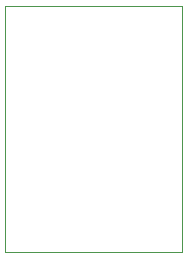
<source format=gko>
G04 #@! TF.GenerationSoftware,KiCad,Pcbnew,(5.1.5)-3*
G04 #@! TF.CreationDate,2020-08-07T02:09:01-04:00*
G04 #@! TF.ProjectId,SOIC-16,534f4943-2d31-4362-9e6b-696361645f70,rev?*
G04 #@! TF.SameCoordinates,Original*
G04 #@! TF.FileFunction,Profile,NP*
%FSLAX46Y46*%
G04 Gerber Fmt 4.6, Leading zero omitted, Abs format (unit mm)*
G04 Created by KiCad (PCBNEW (5.1.5)-3) date 2020-08-07 02:09:01*
%MOMM*%
%LPD*%
G04 APERTURE LIST*
%ADD10C,0.050000*%
G04 APERTURE END LIST*
D10*
X117850000Y-72200000D02*
X132850000Y-72200000D01*
X132850000Y-72200000D02*
X132850000Y-93000000D01*
X132850000Y-93000000D02*
X117850000Y-93000000D01*
X117850000Y-93000000D02*
X117850000Y-72200000D01*
M02*

</source>
